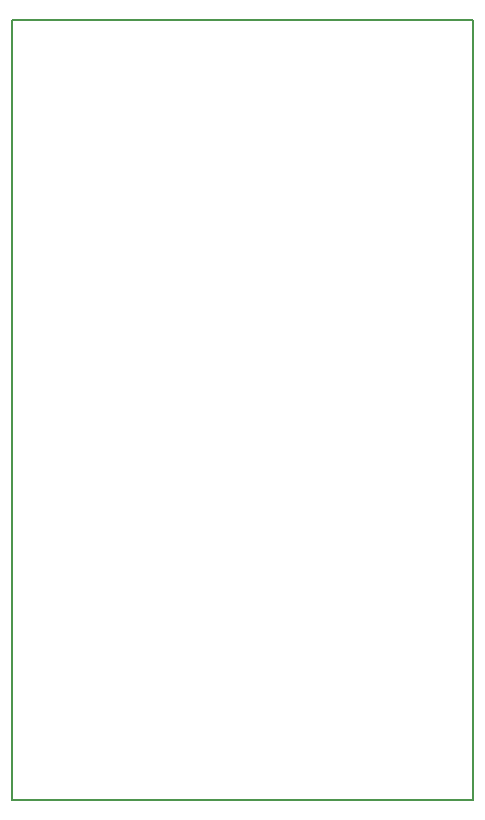
<source format=gbr>
G04 DipTrace 3.0.0.2*
G04 BoardOutline.gbr*
%MOMM*%
G04 #@! TF.FileFunction,Profile*
G04 #@! TF.Part,Single*
%ADD11C,0.14*%
%FSLAX35Y35*%
G04*
G71*
G90*
G75*
G01*
G04 BoardOutline*
%LPD*%
X4900000Y7600000D2*
D11*
X1000000D1*
Y1000000D1*
X4900000D1*
Y7600000D1*
M02*

</source>
